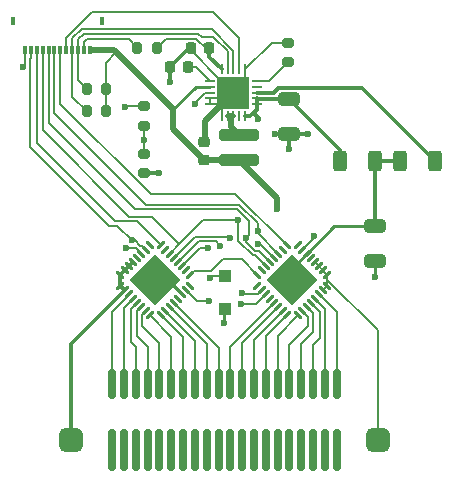
<source format=gtl>
G04 #@! TF.GenerationSoftware,KiCad,Pcbnew,(6.0.5)*
G04 #@! TF.CreationDate,2022-06-13T12:49:50+02:00*
G04 #@! TF.ProjectId,optacon,6f707461-636f-46e2-9e6b-696361645f70,rev?*
G04 #@! TF.SameCoordinates,Original*
G04 #@! TF.FileFunction,Copper,L1,Top*
G04 #@! TF.FilePolarity,Positive*
%FSLAX46Y46*%
G04 Gerber Fmt 4.6, Leading zero omitted, Abs format (unit mm)*
G04 Created by KiCad (PCBNEW (6.0.5)) date 2022-06-13 12:49:50*
%MOMM*%
%LPD*%
G01*
G04 APERTURE LIST*
G04 Aperture macros list*
%AMRoundRect*
0 Rectangle with rounded corners*
0 $1 Rounding radius*
0 $2 $3 $4 $5 $6 $7 $8 $9 X,Y pos of 4 corners*
0 Add a 4 corners polygon primitive as box body*
4,1,4,$2,$3,$4,$5,$6,$7,$8,$9,$2,$3,0*
0 Add four circle primitives for the rounded corners*
1,1,$1+$1,$2,$3*
1,1,$1+$1,$4,$5*
1,1,$1+$1,$6,$7*
1,1,$1+$1,$8,$9*
0 Add four rect primitives between the rounded corners*
20,1,$1+$1,$2,$3,$4,$5,0*
20,1,$1+$1,$4,$5,$6,$7,0*
20,1,$1+$1,$6,$7,$8,$9,0*
20,1,$1+$1,$8,$9,$2,$3,0*%
%AMRotRect*
0 Rectangle, with rotation*
0 The origin of the aperture is its center*
0 $1 length*
0 $2 width*
0 $3 Rotation angle, in degrees counterclockwise*
0 Add horizontal line*
21,1,$1,$2,0,0,$3*%
G04 Aperture macros list end*
G04 #@! TA.AperFunction,SMDPad,CuDef*
%ADD10RoundRect,0.250000X0.650000X-0.325000X0.650000X0.325000X-0.650000X0.325000X-0.650000X-0.325000X0*%
G04 #@! TD*
G04 #@! TA.AperFunction,SMDPad,CuDef*
%ADD11RoundRect,0.150000X-0.150000X-1.100000X0.150000X-1.100000X0.150000X1.100000X-0.150000X1.100000X0*%
G04 #@! TD*
G04 #@! TA.AperFunction,ComponentPad*
%ADD12RoundRect,0.150000X-0.150000X-1.600000X0.150000X-1.600000X0.150000X1.600000X-0.150000X1.600000X0*%
G04 #@! TD*
G04 #@! TA.AperFunction,ComponentPad*
%ADD13RoundRect,0.500000X-0.500000X-0.500000X0.500000X-0.500000X0.500000X0.500000X-0.500000X0.500000X0*%
G04 #@! TD*
G04 #@! TA.AperFunction,SMDPad,CuDef*
%ADD14RoundRect,0.250000X-0.312500X-0.625000X0.312500X-0.625000X0.312500X0.625000X-0.312500X0.625000X0*%
G04 #@! TD*
G04 #@! TA.AperFunction,SMDPad,CuDef*
%ADD15RoundRect,0.250000X0.312500X0.625000X-0.312500X0.625000X-0.312500X-0.625000X0.312500X-0.625000X0*%
G04 #@! TD*
G04 #@! TA.AperFunction,SMDPad,CuDef*
%ADD16RoundRect,0.200000X-0.200000X-0.275000X0.200000X-0.275000X0.200000X0.275000X-0.200000X0.275000X0*%
G04 #@! TD*
G04 #@! TA.AperFunction,SMDPad,CuDef*
%ADD17RoundRect,0.062500X-0.220971X-0.309359X0.309359X0.220971X0.220971X0.309359X-0.309359X-0.220971X0*%
G04 #@! TD*
G04 #@! TA.AperFunction,SMDPad,CuDef*
%ADD18RoundRect,0.062500X0.220971X-0.309359X0.309359X-0.220971X-0.220971X0.309359X-0.309359X0.220971X0*%
G04 #@! TD*
G04 #@! TA.AperFunction,SMDPad,CuDef*
%ADD19RotRect,3.100000X3.100000X45.000000*%
G04 #@! TD*
G04 #@! TA.AperFunction,SMDPad,CuDef*
%ADD20RotRect,3.100000X3.100000X135.000000*%
G04 #@! TD*
G04 #@! TA.AperFunction,SMDPad,CuDef*
%ADD21RoundRect,0.062500X0.309359X0.220971X0.220971X0.309359X-0.309359X-0.220971X-0.220971X-0.309359X0*%
G04 #@! TD*
G04 #@! TA.AperFunction,SMDPad,CuDef*
%ADD22RoundRect,0.062500X0.309359X-0.220971X-0.220971X0.309359X-0.309359X0.220971X0.220971X-0.309359X0*%
G04 #@! TD*
G04 #@! TA.AperFunction,SMDPad,CuDef*
%ADD23RoundRect,0.200000X0.275000X-0.200000X0.275000X0.200000X-0.275000X0.200000X-0.275000X-0.200000X0*%
G04 #@! TD*
G04 #@! TA.AperFunction,SMDPad,CuDef*
%ADD24RoundRect,0.062500X-0.350000X-0.062500X0.350000X-0.062500X0.350000X0.062500X-0.350000X0.062500X0*%
G04 #@! TD*
G04 #@! TA.AperFunction,SMDPad,CuDef*
%ADD25RoundRect,0.062500X-0.062500X-0.350000X0.062500X-0.350000X0.062500X0.350000X-0.062500X0.350000X0*%
G04 #@! TD*
G04 #@! TA.AperFunction,ComponentPad*
%ADD26C,0.500000*%
G04 #@! TD*
G04 #@! TA.AperFunction,SMDPad,CuDef*
%ADD27R,2.700000X2.700000*%
G04 #@! TD*
G04 #@! TA.AperFunction,SMDPad,CuDef*
%ADD28RoundRect,0.200000X-0.275000X0.200000X-0.275000X-0.200000X0.275000X-0.200000X0.275000X0.200000X0*%
G04 #@! TD*
G04 #@! TA.AperFunction,SMDPad,CuDef*
%ADD29RoundRect,0.225000X0.225000X0.250000X-0.225000X0.250000X-0.225000X-0.250000X0.225000X-0.250000X0*%
G04 #@! TD*
G04 #@! TA.AperFunction,SMDPad,CuDef*
%ADD30RoundRect,0.250000X-0.650000X0.325000X-0.650000X-0.325000X0.650000X-0.325000X0.650000X0.325000X0*%
G04 #@! TD*
G04 #@! TA.AperFunction,SMDPad,CuDef*
%ADD31R,1.100000X1.100000*%
G04 #@! TD*
G04 #@! TA.AperFunction,SMDPad,CuDef*
%ADD32R,0.400000X0.800000*%
G04 #@! TD*
G04 #@! TA.AperFunction,SMDPad,CuDef*
%ADD33R,0.300000X0.800000*%
G04 #@! TD*
G04 #@! TA.AperFunction,SMDPad,CuDef*
%ADD34RoundRect,0.225000X0.250000X-0.225000X0.250000X0.225000X-0.250000X0.225000X-0.250000X-0.225000X0*%
G04 #@! TD*
G04 #@! TA.AperFunction,SMDPad,CuDef*
%ADD35RoundRect,0.200000X0.200000X0.275000X-0.200000X0.275000X-0.200000X-0.275000X0.200000X-0.275000X0*%
G04 #@! TD*
G04 #@! TA.AperFunction,SMDPad,CuDef*
%ADD36RoundRect,0.250000X1.450000X-0.250000X1.450000X0.250000X-1.450000X0.250000X-1.450000X-0.250000X0*%
G04 #@! TD*
G04 #@! TA.AperFunction,ViaPad*
%ADD37C,0.600000*%
G04 #@! TD*
G04 #@! TA.AperFunction,Conductor*
%ADD38C,0.200000*%
G04 #@! TD*
G04 #@! TA.AperFunction,Conductor*
%ADD39C,0.500000*%
G04 #@! TD*
G04 #@! TA.AperFunction,Conductor*
%ADD40C,0.300000*%
G04 #@! TD*
G04 #@! TA.AperFunction,Conductor*
%ADD41C,0.250000*%
G04 #@! TD*
G04 APERTURE END LIST*
D10*
X116900000Y-72375000D03*
X116900000Y-69425000D03*
D11*
X94640000Y-82750000D03*
X95640000Y-82750000D03*
X96640000Y-82750000D03*
X97640000Y-82750000D03*
X98640000Y-82750000D03*
X99640000Y-82750000D03*
X100640000Y-82750000D03*
X101640000Y-82750000D03*
X102640000Y-82750000D03*
X103640000Y-82750000D03*
X104640000Y-82750000D03*
X105640000Y-82750000D03*
X106640000Y-82750000D03*
X107640000Y-82750000D03*
X108640000Y-82750000D03*
X109640000Y-82750000D03*
X110640000Y-82750000D03*
X111640000Y-82750000D03*
X112640000Y-82750000D03*
X113640000Y-82750000D03*
D12*
X110640000Y-88350000D03*
X102640000Y-88350000D03*
X99640000Y-88350000D03*
X113640000Y-88350000D03*
D13*
X117140000Y-87500000D03*
D12*
X108640000Y-88350000D03*
X97640000Y-88350000D03*
D13*
X91140000Y-87500000D03*
D12*
X100640000Y-88350000D03*
X111640000Y-88350000D03*
X98640000Y-88350000D03*
X94640000Y-88350000D03*
X104640000Y-88350000D03*
X96640000Y-88350000D03*
X107640000Y-88350000D03*
X109640000Y-88350000D03*
X106640000Y-88350000D03*
X112640000Y-88350000D03*
X103640000Y-88350000D03*
X105640000Y-88350000D03*
X101640000Y-88350000D03*
X95640000Y-88350000D03*
D14*
X116862500Y-63900000D03*
X113937500Y-63900000D03*
D15*
X119037500Y-63900000D03*
X121962500Y-63900000D03*
D16*
X96775000Y-54300000D03*
X98425000Y-54300000D03*
D17*
X95338990Y-74486136D03*
X95692544Y-74839689D03*
X96046097Y-75193243D03*
X96399651Y-75546796D03*
X96753204Y-75900349D03*
X97106757Y-76253903D03*
X97460311Y-76607456D03*
X97813864Y-76961010D03*
D18*
X98786136Y-76961010D03*
X99139689Y-76607456D03*
X99493243Y-76253903D03*
X99846796Y-75900349D03*
X100200349Y-75546796D03*
X100553903Y-75193243D03*
X100907456Y-74839689D03*
X101261010Y-74486136D03*
D17*
X101261010Y-73513864D03*
X100907456Y-73160311D03*
X100553903Y-72806757D03*
X100200349Y-72453204D03*
X99846796Y-72099651D03*
X99493243Y-71746097D03*
X99139689Y-71392544D03*
X98786136Y-71038990D03*
D18*
X97813864Y-71038990D03*
X97460311Y-71392544D03*
X97106757Y-71746097D03*
X96753204Y-72099651D03*
X96399651Y-72453204D03*
X96046097Y-72806757D03*
X95692544Y-73160311D03*
X95338990Y-73513864D03*
D19*
X98300000Y-74000000D03*
D20*
X109900000Y-74000000D03*
D21*
X109413864Y-76961010D03*
X109060311Y-76607456D03*
X108706757Y-76253903D03*
X108353204Y-75900349D03*
X107999651Y-75546796D03*
X107646097Y-75193243D03*
X107292544Y-74839689D03*
X106938990Y-74486136D03*
D22*
X106938990Y-73513864D03*
X107292544Y-73160311D03*
X107646097Y-72806757D03*
X107999651Y-72453204D03*
X108353204Y-72099651D03*
X108706757Y-71746097D03*
X109060311Y-71392544D03*
X109413864Y-71038990D03*
D21*
X110386136Y-71038990D03*
X110739689Y-71392544D03*
X111093243Y-71746097D03*
X111446796Y-72099651D03*
X111800349Y-72453204D03*
X112153903Y-72806757D03*
X112507456Y-73160311D03*
X112861010Y-73513864D03*
D22*
X112861010Y-74486136D03*
X112507456Y-74839689D03*
X112153903Y-75193243D03*
X111800349Y-75546796D03*
X111446796Y-75900349D03*
X111093243Y-76253903D03*
X110739689Y-76607456D03*
X110386136Y-76961010D03*
D23*
X109500000Y-55525000D03*
X109500000Y-53875000D03*
D24*
X102937500Y-57100000D03*
X102937500Y-57600000D03*
X102937500Y-58100000D03*
X102937500Y-58600000D03*
X102937500Y-59100000D03*
D25*
X103900000Y-60062500D03*
X104400000Y-60062500D03*
X104900000Y-60062500D03*
X105400000Y-60062500D03*
X105900000Y-60062500D03*
D24*
X106862500Y-59100000D03*
X106862500Y-58600000D03*
X106862500Y-58100000D03*
X106862500Y-57600000D03*
X106862500Y-57100000D03*
D25*
X105900000Y-56137500D03*
X105400000Y-56137500D03*
X104900000Y-56137500D03*
X104400000Y-56137500D03*
X103900000Y-56137500D03*
D26*
X103800000Y-59200000D03*
D27*
X104900000Y-58100000D03*
D26*
X104900000Y-58100000D03*
X103800000Y-58100000D03*
X106000000Y-59200000D03*
X104900000Y-59200000D03*
X106000000Y-58100000D03*
X104900000Y-57000000D03*
X106000000Y-57000000D03*
X103800000Y-57000000D03*
D28*
X97300000Y-60925000D03*
X97300000Y-59275000D03*
D29*
X102875000Y-54300000D03*
X101325000Y-54300000D03*
D30*
X109600000Y-58625000D03*
X109600000Y-61575000D03*
D31*
X104200000Y-76400000D03*
X104200000Y-73600000D03*
D32*
X93750000Y-52000000D03*
X86250000Y-52000000D03*
D33*
X92750000Y-54500000D03*
X92250000Y-54500000D03*
X91750000Y-54500000D03*
X91250000Y-54500000D03*
X90750000Y-54500000D03*
X90250000Y-54500000D03*
X89750000Y-54500000D03*
X89250000Y-54500000D03*
X88750000Y-54500000D03*
X88250000Y-54500000D03*
X87750000Y-54500000D03*
X87250000Y-54500000D03*
D29*
X99525000Y-55900000D03*
X101075000Y-55900000D03*
D34*
X102400000Y-62250000D03*
X102400000Y-63800000D03*
D16*
X92475000Y-59700000D03*
X94125000Y-59700000D03*
D35*
X94125000Y-57800000D03*
X92475000Y-57800000D03*
D36*
X105400000Y-63800000D03*
X105400000Y-61700000D03*
D23*
X97300000Y-63275000D03*
X97300000Y-64925000D03*
D37*
X108600000Y-68000000D03*
X87100500Y-55900000D03*
X95700000Y-59300000D03*
X99500000Y-57200000D03*
X107000000Y-60300000D03*
X98600000Y-64900000D03*
X108449500Y-61609638D03*
X111200000Y-61600000D03*
X109600000Y-62900000D03*
X97300000Y-62100000D03*
X101649500Y-59050841D03*
X105600000Y-75100000D03*
X96276089Y-70623911D03*
X106960707Y-69823939D03*
X106959489Y-70885111D03*
X106000000Y-70400000D03*
X105298532Y-68901468D03*
X104600000Y-70400000D03*
X103800000Y-71100000D03*
X102758482Y-71293696D03*
X102900000Y-73798511D03*
X111728081Y-70228081D03*
X95781425Y-71252013D03*
X104100000Y-77600000D03*
X105500000Y-76000000D03*
X102800000Y-75775500D03*
X116900000Y-73700000D03*
X98100000Y-74000000D03*
X109900002Y-74000000D03*
D38*
X102541783Y-54300000D02*
X102875000Y-54300000D01*
X101767263Y-53525480D02*
X102541783Y-54300000D01*
X98425000Y-54300000D02*
X99199520Y-53525480D01*
X92500978Y-53600000D02*
X96075000Y-53600000D01*
X92250000Y-53850978D02*
X92500978Y-53600000D01*
X92250000Y-54500000D02*
X92250000Y-53850978D01*
X96075000Y-53600000D02*
X96775000Y-54300000D01*
X99199520Y-53525480D02*
X101767263Y-53525480D01*
X91750000Y-57075000D02*
X92475000Y-57800000D01*
X91750000Y-54500000D02*
X91750000Y-57075000D01*
X94125000Y-55575000D02*
X95000000Y-54700000D01*
X94125000Y-59700000D02*
X94125000Y-57800000D01*
X94125000Y-57800000D02*
X94125000Y-55575000D01*
X91250000Y-58475000D02*
X92475000Y-59700000D01*
X91250000Y-54500000D02*
X91250000Y-58475000D01*
X106960707Y-69150827D02*
X106960707Y-69823939D01*
X97500000Y-67600000D02*
X105409880Y-67600000D01*
X89750000Y-54500000D02*
X89750000Y-59850000D01*
X89750000Y-59850000D02*
X97500000Y-67600000D01*
X105409880Y-67600000D02*
X106960707Y-69150827D01*
X106200000Y-70200000D02*
X106000000Y-70400000D01*
X105244886Y-68000000D02*
X106200000Y-68955114D01*
X96600000Y-68000000D02*
X105244886Y-68000000D01*
X89250000Y-60650000D02*
X96600000Y-68000000D01*
X89250000Y-54500000D02*
X89250000Y-60650000D01*
X106200000Y-68955114D02*
X106200000Y-70200000D01*
X98000960Y-68600960D02*
X100319670Y-70919670D01*
X96100960Y-68600960D02*
X98000960Y-68600960D01*
X88750000Y-54500000D02*
X88750000Y-61250000D01*
X88750000Y-61250000D02*
X96100960Y-68600960D01*
X96747626Y-69000480D02*
X98786136Y-71038990D01*
X94900480Y-69000480D02*
X96747626Y-69000480D01*
X88250000Y-62350000D02*
X94900480Y-69000480D01*
X88250000Y-54500000D02*
X88250000Y-62350000D01*
X97106757Y-71746097D02*
X96612673Y-71252013D01*
X96989791Y-71054785D02*
X96558917Y-70623911D01*
X97122552Y-71054785D02*
X96989791Y-71054785D01*
X97460311Y-71392544D02*
X97122552Y-71054785D01*
X95052178Y-69400000D02*
X96276089Y-70623911D01*
X94400000Y-69400000D02*
X95052178Y-69400000D01*
X87700000Y-62700000D02*
X94400000Y-69400000D01*
X87700000Y-55199022D02*
X87700000Y-62700000D01*
X87750000Y-55149022D02*
X87700000Y-55199022D01*
X87750000Y-54500000D02*
X87750000Y-55149022D01*
X96612673Y-71252013D02*
X95781425Y-71252013D01*
X96558917Y-70623911D02*
X96276089Y-70623911D01*
X108706757Y-71746097D02*
X106960707Y-70000047D01*
X105298532Y-70636972D02*
X105298532Y-68901468D01*
X106545682Y-71884122D02*
X105298532Y-70636972D01*
X106723463Y-71884123D02*
X106545682Y-71884122D01*
X107646097Y-72806757D02*
X106723463Y-71884123D01*
X106711166Y-71484612D02*
X106000000Y-70773446D01*
X107031059Y-71484612D02*
X106711166Y-71484612D01*
X107999651Y-72453204D02*
X107031059Y-71484612D01*
X107138664Y-70885111D02*
X106959489Y-70885111D01*
X108353204Y-72099651D02*
X107138664Y-70885111D01*
X106960707Y-70000047D02*
X106960707Y-69823939D01*
X106000000Y-70773446D02*
X106000000Y-70400000D01*
D39*
X108600000Y-67000000D02*
X108600000Y-68000000D01*
X105400000Y-63800000D02*
X108600000Y-67000000D01*
X95000000Y-54700000D02*
X99800000Y-59500000D01*
X94800000Y-54500000D02*
X95000000Y-54700000D01*
D38*
X104900000Y-54543223D02*
X104900000Y-56137500D01*
X103083237Y-52726460D02*
X104900000Y-54543223D01*
X92043553Y-52726460D02*
X103083237Y-52726460D01*
X91250000Y-54500000D02*
X91250000Y-53520013D01*
X91750000Y-53585006D02*
X92209036Y-53125970D01*
X104400000Y-54608217D02*
X104400000Y-56137500D01*
X91750000Y-54500000D02*
X91750000Y-53585006D01*
X92209036Y-53125970D02*
X101932747Y-53125970D01*
X101932747Y-53125970D02*
X102207267Y-53400490D01*
X102207267Y-53400490D02*
X103192273Y-53400490D01*
X91250000Y-53520013D02*
X92043553Y-52726460D01*
X103192273Y-53400490D02*
X104400000Y-54608217D01*
X103200000Y-51300000D02*
X105400000Y-53500000D01*
X90750000Y-53455020D02*
X92905020Y-51300000D01*
X105400000Y-53500000D02*
X105400000Y-56137500D01*
X92905020Y-51300000D02*
X103200000Y-51300000D01*
X90750000Y-54500000D02*
X90750000Y-53455020D01*
X105074874Y-66700000D02*
X109413864Y-71038990D01*
X97893573Y-66700000D02*
X105074874Y-66700000D01*
X90250000Y-54500000D02*
X90250000Y-59056427D01*
X90250000Y-59056427D02*
X97893573Y-66700000D01*
X100319670Y-70919670D02*
X102337872Y-68901468D01*
X102337872Y-68901468D02*
X105298532Y-68901468D01*
X99493243Y-71746097D02*
X100319670Y-70919670D01*
X87250000Y-55750500D02*
X87100500Y-55900000D01*
X87250000Y-54500000D02*
X87250000Y-55750500D01*
X97300000Y-59275000D02*
X95725000Y-59275000D01*
X95725000Y-59275000D02*
X95700000Y-59300000D01*
D40*
X99525000Y-57175000D02*
X99500000Y-57200000D01*
X99525000Y-55900000D02*
X99525000Y-57175000D01*
D38*
X101325000Y-54525000D02*
X101325000Y-54300000D01*
X103800000Y-57000000D02*
X101325000Y-54525000D01*
D40*
X102875000Y-55112500D02*
X103900000Y-56137500D01*
X102875000Y-54300000D02*
X102875000Y-55112500D01*
X101125000Y-54300000D02*
X99525000Y-55900000D01*
X101325000Y-54300000D02*
X101125000Y-54300000D01*
X116862500Y-69387500D02*
X116900000Y-69425000D01*
X116862500Y-63900000D02*
X116862500Y-69387500D01*
X119037500Y-63900000D02*
X116862500Y-63900000D01*
X115762980Y-57700480D02*
X121962500Y-63900000D01*
X108701671Y-57700480D02*
X115762980Y-57700480D01*
X108302151Y-58100000D02*
X108701671Y-57700480D01*
X106862500Y-58100000D02*
X108302151Y-58100000D01*
X113937500Y-62962500D02*
X113937500Y-63900000D01*
X109600000Y-58625000D02*
X113937500Y-62962500D01*
X108484138Y-61575000D02*
X108449500Y-61609638D01*
X109600000Y-61575000D02*
X108484138Y-61575000D01*
X97325000Y-64900000D02*
X97300000Y-64925000D01*
X98600000Y-64900000D02*
X97325000Y-64900000D01*
X107000000Y-60200000D02*
X107000000Y-60300000D01*
X106599511Y-59799511D02*
X106336522Y-60062500D01*
X106862500Y-59536522D02*
X106599511Y-59799511D01*
X106599511Y-59799511D02*
X107000000Y-60200000D01*
X106336522Y-60062500D02*
X105900000Y-60062500D01*
X106862500Y-59100000D02*
X106862500Y-59536522D01*
X106862500Y-58600000D02*
X106862500Y-59100000D01*
X111175000Y-61575000D02*
X111200000Y-61600000D01*
X109600000Y-61575000D02*
X111175000Y-61575000D01*
X109600000Y-61575000D02*
X109600000Y-62900000D01*
X106887500Y-58625000D02*
X106862500Y-58600000D01*
X109600000Y-58625000D02*
X106887500Y-58625000D01*
D39*
X104700000Y-60100000D02*
X104825480Y-60100000D01*
X104662500Y-60062500D02*
X104474520Y-60062500D01*
X104700000Y-60100000D02*
X104662500Y-60062500D01*
X104700000Y-61000000D02*
X104700000Y-60100000D01*
X105400000Y-61700000D02*
X104700000Y-61000000D01*
X92849511Y-54500000D02*
X94800000Y-54500000D01*
X99800000Y-61200000D02*
X99800000Y-59500000D01*
X102400000Y-63800000D02*
X99800000Y-61200000D01*
D41*
X101700000Y-57600000D02*
X99800000Y-59500000D01*
X102937500Y-57600000D02*
X101700000Y-57600000D01*
D39*
X102400000Y-63800000D02*
X105400000Y-63800000D01*
X102475000Y-62175000D02*
X102400000Y-62250000D01*
X102475000Y-60525000D02*
X102475000Y-62175000D01*
X103800000Y-59200000D02*
X102475000Y-60525000D01*
D38*
X101649500Y-58963527D02*
X101649500Y-59050841D01*
X102513027Y-58100000D02*
X101649500Y-58963527D01*
X102937500Y-58100000D02*
X102513027Y-58100000D01*
X97300000Y-63275000D02*
X97300000Y-62100000D01*
X97300000Y-60925000D02*
X97300000Y-62100000D01*
X109500000Y-53875000D02*
X108162500Y-53875000D01*
X108162500Y-53875000D02*
X105900000Y-56137500D01*
X107925000Y-57100000D02*
X109500000Y-55525000D01*
X106862500Y-57100000D02*
X107925000Y-57100000D01*
X104400000Y-58600000D02*
X104900000Y-58100000D01*
X102937500Y-58600000D02*
X104400000Y-58600000D01*
X103700000Y-59100000D02*
X103800000Y-59200000D01*
X102937500Y-59100000D02*
X103700000Y-59100000D01*
X103900000Y-59300000D02*
X103800000Y-59200000D01*
X103900000Y-60062500D02*
X103900000Y-59300000D01*
X105900000Y-56137500D02*
X105900000Y-56900000D01*
X105900000Y-56900000D02*
X106000000Y-57000000D01*
X103062500Y-60062500D02*
X102937500Y-59937500D01*
X102937500Y-58600000D02*
X102937500Y-59100000D01*
X101737500Y-55900000D02*
X102937500Y-57100000D01*
X101075000Y-55900000D02*
X101737500Y-55900000D01*
X105657515Y-75157515D02*
X105600000Y-75100000D01*
X107292544Y-74839689D02*
X106974718Y-75157515D01*
X106974718Y-75157515D02*
X105657515Y-75157515D01*
X101651762Y-70294685D02*
X104494685Y-70294685D01*
X99846796Y-72099651D02*
X101651762Y-70294685D01*
X103394195Y-70694195D02*
X103800000Y-71100000D01*
X101959358Y-70694195D02*
X103394195Y-70694195D01*
X100200349Y-72453204D02*
X101959358Y-70694195D01*
X100553903Y-72806757D02*
X102066964Y-71293696D01*
X104494685Y-70294685D02*
X104600000Y-70400000D01*
X102066964Y-71293696D02*
X102758482Y-71293696D01*
X104012818Y-72200000D02*
X105625126Y-72200000D01*
X101575863Y-73199011D02*
X103013807Y-73199011D01*
X101261010Y-73513864D02*
X101575863Y-73199011D01*
X103013807Y-73199011D02*
X104012818Y-72200000D01*
X105625126Y-72200000D02*
X106938990Y-73513864D01*
X104200000Y-73600000D02*
X103098511Y-73600000D01*
X103098511Y-73600000D02*
X102900000Y-73798511D01*
D41*
X104100000Y-76500000D02*
X104200000Y-76400000D01*
X104100000Y-77600000D02*
X104100000Y-76500000D01*
X98100000Y-74000000D02*
X98300000Y-74000000D01*
X109900000Y-74000000D02*
X109900002Y-74000000D01*
X109900000Y-72939340D02*
X109900000Y-74000000D01*
X111093243Y-71746097D02*
X109900000Y-72939340D01*
X113414340Y-69425000D02*
X111093243Y-71746097D01*
D38*
X111728081Y-70404152D02*
X111728081Y-70228081D01*
X110739689Y-71392544D02*
X111728081Y-70404152D01*
D41*
X116900000Y-69425000D02*
X113414340Y-69425000D01*
D38*
X112200000Y-78900000D02*
X112200000Y-76653553D01*
X112200000Y-76653553D02*
X111446796Y-75900349D01*
X111640000Y-79460000D02*
X112200000Y-78900000D01*
X111640000Y-83500000D02*
X111640000Y-79460000D01*
X111200000Y-77900000D02*
X109640000Y-79460000D01*
X110739689Y-76607456D02*
X111200000Y-77067767D01*
X111200000Y-77067767D02*
X111200000Y-77900000D01*
X109640000Y-79460000D02*
X109640000Y-83500000D01*
X110640000Y-79360000D02*
X110640000Y-83500000D01*
X111600000Y-78400000D02*
X110640000Y-79360000D01*
X111600000Y-76760660D02*
X111600000Y-78400000D01*
X111093243Y-76253903D02*
X111600000Y-76760660D01*
X96200000Y-76453553D02*
X96200000Y-79200000D01*
X96200000Y-79200000D02*
X96640000Y-79640000D01*
X96640000Y-79640000D02*
X96640000Y-83500000D01*
X96753204Y-75900349D02*
X96200000Y-76453553D01*
X97640000Y-79640000D02*
X97640000Y-83500000D01*
X96742975Y-78742975D02*
X97640000Y-79640000D01*
X96742975Y-76617685D02*
X96742975Y-78742975D01*
X97106757Y-76253903D02*
X96742975Y-76617685D01*
X98640000Y-79340000D02*
X98640000Y-83500000D01*
X97142485Y-76925282D02*
X97142485Y-77842485D01*
X97460311Y-76607456D02*
X97142485Y-76925282D01*
X97142485Y-77842485D02*
X98640000Y-79340000D01*
X112861010Y-73938990D02*
X117140000Y-78217980D01*
X112861010Y-73938990D02*
X112861010Y-74486135D01*
X117140000Y-78217980D02*
X117140000Y-87500000D01*
X112861010Y-73513864D02*
X112861010Y-73938990D01*
X112861010Y-74486135D02*
X112507456Y-74839689D01*
X111800349Y-72453204D02*
X112861010Y-73513864D01*
X113640000Y-76679340D02*
X113640000Y-83500000D01*
X112153903Y-75193243D02*
X113640000Y-76679340D01*
X112640000Y-76386447D02*
X112640000Y-83500000D01*
X111800349Y-75546796D02*
X112640000Y-76386447D01*
X108640000Y-78707146D02*
X108640000Y-83500000D01*
X110386136Y-76961010D02*
X108640000Y-78707146D01*
X107640000Y-78734874D02*
X107640000Y-83500000D01*
X109413864Y-76961010D02*
X107640000Y-78734874D01*
X106640000Y-79027767D02*
X106640000Y-83500000D01*
X109060311Y-76607456D02*
X106640000Y-79027767D01*
X105640000Y-79320660D02*
X105640000Y-83500000D01*
X108706757Y-76253903D02*
X105640000Y-79320660D01*
X104640000Y-79613553D02*
X104640000Y-83500000D01*
X108353204Y-75900349D02*
X104640000Y-79613553D01*
X103640000Y-79693553D02*
X103640000Y-83500000D01*
X99846796Y-75900349D02*
X103640000Y-79693553D01*
X102640000Y-79400660D02*
X102640000Y-83500000D01*
X99493243Y-76253903D02*
X102640000Y-79400660D01*
X101640000Y-79107767D02*
X101640000Y-83500000D01*
X99139689Y-76607456D02*
X101640000Y-79107767D01*
X100640000Y-78814874D02*
X100640000Y-83500000D01*
X98786136Y-76961010D02*
X100640000Y-78814874D01*
X99640000Y-78787146D02*
X99640000Y-83500000D01*
X97813864Y-76961010D02*
X99640000Y-78787146D01*
X95640000Y-76306447D02*
X95640000Y-83500000D01*
X96399651Y-75546796D02*
X95640000Y-76306447D01*
X96046097Y-75253903D02*
X94640000Y-76660000D01*
X94640000Y-76660000D02*
X94640000Y-83500000D01*
X96046097Y-75193243D02*
X96046097Y-75253903D01*
D40*
X91140000Y-79392232D02*
X91140000Y-87500000D01*
X95692543Y-74839689D02*
X91140000Y-79392232D01*
D38*
X106839340Y-76000000D02*
X105500000Y-76000000D01*
X107646097Y-75193243D02*
X106839340Y-76000000D01*
D40*
X96046097Y-72806757D02*
X96046098Y-72806757D01*
D38*
X102800000Y-75775500D02*
X101843267Y-75775500D01*
D40*
X95692544Y-74839689D02*
X95692543Y-74839689D01*
X95338990Y-74486136D02*
X95338990Y-73513864D01*
X96046098Y-72806757D02*
X96399651Y-72453204D01*
X95692543Y-74839689D02*
X95338990Y-74486136D01*
D41*
X99360660Y-74000000D02*
X100553903Y-75193243D01*
D40*
X95338990Y-73513864D02*
X95338991Y-73513864D01*
X95338991Y-73513864D02*
X95692544Y-73160311D01*
D41*
X98300000Y-74000000D02*
X99360660Y-74000000D01*
D38*
X101843267Y-75775500D02*
X100907456Y-74839689D01*
D40*
X95692544Y-73160311D02*
X95692544Y-73160310D01*
X95692544Y-73160310D02*
X96046097Y-72806757D01*
D41*
X116900000Y-72375000D02*
X116900000Y-73700000D01*
M02*

</source>
